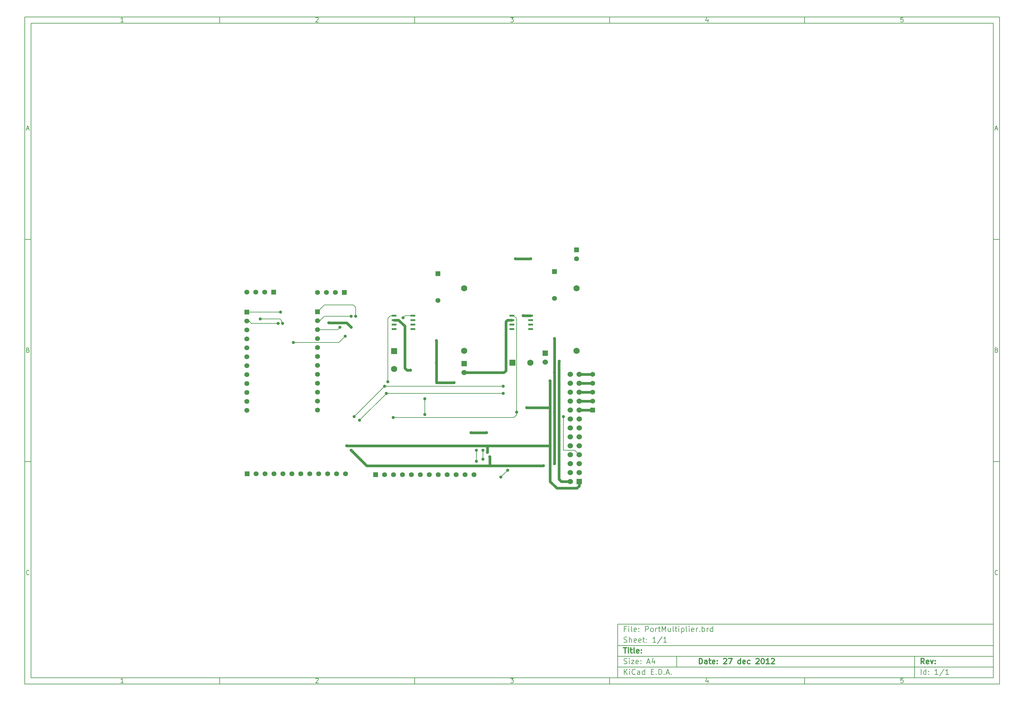
<source format=gbl>
G04 (created by PCBNEW-RS274X (2012-apr-16-27)-stable) date Thu 27 Dec 2012 11:36:06 GMT*
G01*
G70*
G90*
%MOIN*%
G04 Gerber Fmt 3.4, Leading zero omitted, Abs format*
%FSLAX34Y34*%
G04 APERTURE LIST*
%ADD10C,0.006000*%
%ADD11C,0.012000*%
%ADD12R,0.055100X0.023600*%
%ADD13R,0.055000X0.055000*%
%ADD14C,0.055000*%
%ADD15C,0.070000*%
%ADD16R,0.060000X0.060000*%
%ADD17C,0.060000*%
%ADD18R,0.070000X0.070000*%
%ADD19C,0.035000*%
%ADD20C,0.029500*%
%ADD21C,0.008000*%
G04 APERTURE END LIST*
G54D10*
X04000Y-04000D02*
X113000Y-04000D01*
X113000Y-78670D01*
X04000Y-78670D01*
X04000Y-04000D01*
X04700Y-04700D02*
X112300Y-04700D01*
X112300Y-77970D01*
X04700Y-77970D01*
X04700Y-04700D01*
X25800Y-04000D02*
X25800Y-04700D01*
X15043Y-04552D02*
X14757Y-04552D01*
X14900Y-04552D02*
X14900Y-04052D01*
X14852Y-04124D01*
X14805Y-04171D01*
X14757Y-04195D01*
X25800Y-78670D02*
X25800Y-77970D01*
X15043Y-78522D02*
X14757Y-78522D01*
X14900Y-78522D02*
X14900Y-78022D01*
X14852Y-78094D01*
X14805Y-78141D01*
X14757Y-78165D01*
X47600Y-04000D02*
X47600Y-04700D01*
X36557Y-04100D02*
X36581Y-04076D01*
X36629Y-04052D01*
X36748Y-04052D01*
X36795Y-04076D01*
X36819Y-04100D01*
X36843Y-04148D01*
X36843Y-04195D01*
X36819Y-04267D01*
X36533Y-04552D01*
X36843Y-04552D01*
X47600Y-78670D02*
X47600Y-77970D01*
X36557Y-78070D02*
X36581Y-78046D01*
X36629Y-78022D01*
X36748Y-78022D01*
X36795Y-78046D01*
X36819Y-78070D01*
X36843Y-78118D01*
X36843Y-78165D01*
X36819Y-78237D01*
X36533Y-78522D01*
X36843Y-78522D01*
X69400Y-04000D02*
X69400Y-04700D01*
X58333Y-04052D02*
X58643Y-04052D01*
X58476Y-04243D01*
X58548Y-04243D01*
X58595Y-04267D01*
X58619Y-04290D01*
X58643Y-04338D01*
X58643Y-04457D01*
X58619Y-04505D01*
X58595Y-04529D01*
X58548Y-04552D01*
X58405Y-04552D01*
X58357Y-04529D01*
X58333Y-04505D01*
X69400Y-78670D02*
X69400Y-77970D01*
X58333Y-78022D02*
X58643Y-78022D01*
X58476Y-78213D01*
X58548Y-78213D01*
X58595Y-78237D01*
X58619Y-78260D01*
X58643Y-78308D01*
X58643Y-78427D01*
X58619Y-78475D01*
X58595Y-78499D01*
X58548Y-78522D01*
X58405Y-78522D01*
X58357Y-78499D01*
X58333Y-78475D01*
X91200Y-04000D02*
X91200Y-04700D01*
X80395Y-04219D02*
X80395Y-04552D01*
X80276Y-04029D02*
X80157Y-04386D01*
X80467Y-04386D01*
X91200Y-78670D02*
X91200Y-77970D01*
X80395Y-78189D02*
X80395Y-78522D01*
X80276Y-77999D02*
X80157Y-78356D01*
X80467Y-78356D01*
X102219Y-04052D02*
X101981Y-04052D01*
X101957Y-04290D01*
X101981Y-04267D01*
X102029Y-04243D01*
X102148Y-04243D01*
X102195Y-04267D01*
X102219Y-04290D01*
X102243Y-04338D01*
X102243Y-04457D01*
X102219Y-04505D01*
X102195Y-04529D01*
X102148Y-04552D01*
X102029Y-04552D01*
X101981Y-04529D01*
X101957Y-04505D01*
X102219Y-78022D02*
X101981Y-78022D01*
X101957Y-78260D01*
X101981Y-78237D01*
X102029Y-78213D01*
X102148Y-78213D01*
X102195Y-78237D01*
X102219Y-78260D01*
X102243Y-78308D01*
X102243Y-78427D01*
X102219Y-78475D01*
X102195Y-78499D01*
X102148Y-78522D01*
X102029Y-78522D01*
X101981Y-78499D01*
X101957Y-78475D01*
X04000Y-28890D02*
X04700Y-28890D01*
X04231Y-16510D02*
X04469Y-16510D01*
X04184Y-16652D02*
X04350Y-16152D01*
X04517Y-16652D01*
X113000Y-28890D02*
X112300Y-28890D01*
X112531Y-16510D02*
X112769Y-16510D01*
X112484Y-16652D02*
X112650Y-16152D01*
X112817Y-16652D01*
X04000Y-53780D02*
X04700Y-53780D01*
X04386Y-41280D02*
X04457Y-41304D01*
X04481Y-41328D01*
X04505Y-41376D01*
X04505Y-41447D01*
X04481Y-41495D01*
X04457Y-41519D01*
X04410Y-41542D01*
X04219Y-41542D01*
X04219Y-41042D01*
X04386Y-41042D01*
X04433Y-41066D01*
X04457Y-41090D01*
X04481Y-41138D01*
X04481Y-41185D01*
X04457Y-41233D01*
X04433Y-41257D01*
X04386Y-41280D01*
X04219Y-41280D01*
X113000Y-53780D02*
X112300Y-53780D01*
X112686Y-41280D02*
X112757Y-41304D01*
X112781Y-41328D01*
X112805Y-41376D01*
X112805Y-41447D01*
X112781Y-41495D01*
X112757Y-41519D01*
X112710Y-41542D01*
X112519Y-41542D01*
X112519Y-41042D01*
X112686Y-41042D01*
X112733Y-41066D01*
X112757Y-41090D01*
X112781Y-41138D01*
X112781Y-41185D01*
X112757Y-41233D01*
X112733Y-41257D01*
X112686Y-41280D01*
X112519Y-41280D01*
X04505Y-66385D02*
X04481Y-66409D01*
X04410Y-66432D01*
X04362Y-66432D01*
X04290Y-66409D01*
X04243Y-66361D01*
X04219Y-66313D01*
X04195Y-66218D01*
X04195Y-66147D01*
X04219Y-66051D01*
X04243Y-66004D01*
X04290Y-65956D01*
X04362Y-65932D01*
X04410Y-65932D01*
X04481Y-65956D01*
X04505Y-65980D01*
X112805Y-66385D02*
X112781Y-66409D01*
X112710Y-66432D01*
X112662Y-66432D01*
X112590Y-66409D01*
X112543Y-66361D01*
X112519Y-66313D01*
X112495Y-66218D01*
X112495Y-66147D01*
X112519Y-66051D01*
X112543Y-66004D01*
X112590Y-65956D01*
X112662Y-65932D01*
X112710Y-65932D01*
X112781Y-65956D01*
X112805Y-65980D01*
G54D11*
X79443Y-76413D02*
X79443Y-75813D01*
X79586Y-75813D01*
X79671Y-75841D01*
X79729Y-75899D01*
X79757Y-75956D01*
X79786Y-76070D01*
X79786Y-76156D01*
X79757Y-76270D01*
X79729Y-76327D01*
X79671Y-76384D01*
X79586Y-76413D01*
X79443Y-76413D01*
X80300Y-76413D02*
X80300Y-76099D01*
X80271Y-76041D01*
X80214Y-76013D01*
X80100Y-76013D01*
X80043Y-76041D01*
X80300Y-76384D02*
X80243Y-76413D01*
X80100Y-76413D01*
X80043Y-76384D01*
X80014Y-76327D01*
X80014Y-76270D01*
X80043Y-76213D01*
X80100Y-76184D01*
X80243Y-76184D01*
X80300Y-76156D01*
X80500Y-76013D02*
X80729Y-76013D01*
X80586Y-75813D02*
X80586Y-76327D01*
X80614Y-76384D01*
X80672Y-76413D01*
X80729Y-76413D01*
X81157Y-76384D02*
X81100Y-76413D01*
X80986Y-76413D01*
X80929Y-76384D01*
X80900Y-76327D01*
X80900Y-76099D01*
X80929Y-76041D01*
X80986Y-76013D01*
X81100Y-76013D01*
X81157Y-76041D01*
X81186Y-76099D01*
X81186Y-76156D01*
X80900Y-76213D01*
X81443Y-76356D02*
X81471Y-76384D01*
X81443Y-76413D01*
X81414Y-76384D01*
X81443Y-76356D01*
X81443Y-76413D01*
X81443Y-76041D02*
X81471Y-76070D01*
X81443Y-76099D01*
X81414Y-76070D01*
X81443Y-76041D01*
X81443Y-76099D01*
X82157Y-75870D02*
X82186Y-75841D01*
X82243Y-75813D01*
X82386Y-75813D01*
X82443Y-75841D01*
X82472Y-75870D01*
X82500Y-75927D01*
X82500Y-75984D01*
X82472Y-76070D01*
X82129Y-76413D01*
X82500Y-76413D01*
X82700Y-75813D02*
X83100Y-75813D01*
X82843Y-76413D01*
X84042Y-76413D02*
X84042Y-75813D01*
X84042Y-76384D02*
X83985Y-76413D01*
X83871Y-76413D01*
X83813Y-76384D01*
X83785Y-76356D01*
X83756Y-76299D01*
X83756Y-76127D01*
X83785Y-76070D01*
X83813Y-76041D01*
X83871Y-76013D01*
X83985Y-76013D01*
X84042Y-76041D01*
X84556Y-76384D02*
X84499Y-76413D01*
X84385Y-76413D01*
X84328Y-76384D01*
X84299Y-76327D01*
X84299Y-76099D01*
X84328Y-76041D01*
X84385Y-76013D01*
X84499Y-76013D01*
X84556Y-76041D01*
X84585Y-76099D01*
X84585Y-76156D01*
X84299Y-76213D01*
X85099Y-76384D02*
X85042Y-76413D01*
X84928Y-76413D01*
X84870Y-76384D01*
X84842Y-76356D01*
X84813Y-76299D01*
X84813Y-76127D01*
X84842Y-76070D01*
X84870Y-76041D01*
X84928Y-76013D01*
X85042Y-76013D01*
X85099Y-76041D01*
X85784Y-75870D02*
X85813Y-75841D01*
X85870Y-75813D01*
X86013Y-75813D01*
X86070Y-75841D01*
X86099Y-75870D01*
X86127Y-75927D01*
X86127Y-75984D01*
X86099Y-76070D01*
X85756Y-76413D01*
X86127Y-76413D01*
X86498Y-75813D02*
X86555Y-75813D01*
X86612Y-75841D01*
X86641Y-75870D01*
X86670Y-75927D01*
X86698Y-76041D01*
X86698Y-76184D01*
X86670Y-76299D01*
X86641Y-76356D01*
X86612Y-76384D01*
X86555Y-76413D01*
X86498Y-76413D01*
X86441Y-76384D01*
X86412Y-76356D01*
X86384Y-76299D01*
X86355Y-76184D01*
X86355Y-76041D01*
X86384Y-75927D01*
X86412Y-75870D01*
X86441Y-75841D01*
X86498Y-75813D01*
X87269Y-76413D02*
X86926Y-76413D01*
X87098Y-76413D02*
X87098Y-75813D01*
X87041Y-75899D01*
X86983Y-75956D01*
X86926Y-75984D01*
X87497Y-75870D02*
X87526Y-75841D01*
X87583Y-75813D01*
X87726Y-75813D01*
X87783Y-75841D01*
X87812Y-75870D01*
X87840Y-75927D01*
X87840Y-75984D01*
X87812Y-76070D01*
X87469Y-76413D01*
X87840Y-76413D01*
G54D10*
X71043Y-77613D02*
X71043Y-77013D01*
X71386Y-77613D02*
X71129Y-77270D01*
X71386Y-77013D02*
X71043Y-77356D01*
X71643Y-77613D02*
X71643Y-77213D01*
X71643Y-77013D02*
X71614Y-77041D01*
X71643Y-77070D01*
X71671Y-77041D01*
X71643Y-77013D01*
X71643Y-77070D01*
X72272Y-77556D02*
X72243Y-77584D01*
X72157Y-77613D01*
X72100Y-77613D01*
X72015Y-77584D01*
X71957Y-77527D01*
X71929Y-77470D01*
X71900Y-77356D01*
X71900Y-77270D01*
X71929Y-77156D01*
X71957Y-77099D01*
X72015Y-77041D01*
X72100Y-77013D01*
X72157Y-77013D01*
X72243Y-77041D01*
X72272Y-77070D01*
X72786Y-77613D02*
X72786Y-77299D01*
X72757Y-77241D01*
X72700Y-77213D01*
X72586Y-77213D01*
X72529Y-77241D01*
X72786Y-77584D02*
X72729Y-77613D01*
X72586Y-77613D01*
X72529Y-77584D01*
X72500Y-77527D01*
X72500Y-77470D01*
X72529Y-77413D01*
X72586Y-77384D01*
X72729Y-77384D01*
X72786Y-77356D01*
X73329Y-77613D02*
X73329Y-77013D01*
X73329Y-77584D02*
X73272Y-77613D01*
X73158Y-77613D01*
X73100Y-77584D01*
X73072Y-77556D01*
X73043Y-77499D01*
X73043Y-77327D01*
X73072Y-77270D01*
X73100Y-77241D01*
X73158Y-77213D01*
X73272Y-77213D01*
X73329Y-77241D01*
X74072Y-77299D02*
X74272Y-77299D01*
X74358Y-77613D02*
X74072Y-77613D01*
X74072Y-77013D01*
X74358Y-77013D01*
X74615Y-77556D02*
X74643Y-77584D01*
X74615Y-77613D01*
X74586Y-77584D01*
X74615Y-77556D01*
X74615Y-77613D01*
X74901Y-77613D02*
X74901Y-77013D01*
X75044Y-77013D01*
X75129Y-77041D01*
X75187Y-77099D01*
X75215Y-77156D01*
X75244Y-77270D01*
X75244Y-77356D01*
X75215Y-77470D01*
X75187Y-77527D01*
X75129Y-77584D01*
X75044Y-77613D01*
X74901Y-77613D01*
X75501Y-77556D02*
X75529Y-77584D01*
X75501Y-77613D01*
X75472Y-77584D01*
X75501Y-77556D01*
X75501Y-77613D01*
X75758Y-77441D02*
X76044Y-77441D01*
X75701Y-77613D02*
X75901Y-77013D01*
X76101Y-77613D01*
X76301Y-77556D02*
X76329Y-77584D01*
X76301Y-77613D01*
X76272Y-77584D01*
X76301Y-77556D01*
X76301Y-77613D01*
G54D11*
X104586Y-76413D02*
X104386Y-76127D01*
X104243Y-76413D02*
X104243Y-75813D01*
X104471Y-75813D01*
X104529Y-75841D01*
X104557Y-75870D01*
X104586Y-75927D01*
X104586Y-76013D01*
X104557Y-76070D01*
X104529Y-76099D01*
X104471Y-76127D01*
X104243Y-76127D01*
X105071Y-76384D02*
X105014Y-76413D01*
X104900Y-76413D01*
X104843Y-76384D01*
X104814Y-76327D01*
X104814Y-76099D01*
X104843Y-76041D01*
X104900Y-76013D01*
X105014Y-76013D01*
X105071Y-76041D01*
X105100Y-76099D01*
X105100Y-76156D01*
X104814Y-76213D01*
X105300Y-76013D02*
X105443Y-76413D01*
X105585Y-76013D01*
X105814Y-76356D02*
X105842Y-76384D01*
X105814Y-76413D01*
X105785Y-76384D01*
X105814Y-76356D01*
X105814Y-76413D01*
X105814Y-76041D02*
X105842Y-76070D01*
X105814Y-76099D01*
X105785Y-76070D01*
X105814Y-76041D01*
X105814Y-76099D01*
G54D10*
X71014Y-76384D02*
X71100Y-76413D01*
X71243Y-76413D01*
X71300Y-76384D01*
X71329Y-76356D01*
X71357Y-76299D01*
X71357Y-76241D01*
X71329Y-76184D01*
X71300Y-76156D01*
X71243Y-76127D01*
X71129Y-76099D01*
X71071Y-76070D01*
X71043Y-76041D01*
X71014Y-75984D01*
X71014Y-75927D01*
X71043Y-75870D01*
X71071Y-75841D01*
X71129Y-75813D01*
X71271Y-75813D01*
X71357Y-75841D01*
X71614Y-76413D02*
X71614Y-76013D01*
X71614Y-75813D02*
X71585Y-75841D01*
X71614Y-75870D01*
X71642Y-75841D01*
X71614Y-75813D01*
X71614Y-75870D01*
X71843Y-76013D02*
X72157Y-76013D01*
X71843Y-76413D01*
X72157Y-76413D01*
X72614Y-76384D02*
X72557Y-76413D01*
X72443Y-76413D01*
X72386Y-76384D01*
X72357Y-76327D01*
X72357Y-76099D01*
X72386Y-76041D01*
X72443Y-76013D01*
X72557Y-76013D01*
X72614Y-76041D01*
X72643Y-76099D01*
X72643Y-76156D01*
X72357Y-76213D01*
X72900Y-76356D02*
X72928Y-76384D01*
X72900Y-76413D01*
X72871Y-76384D01*
X72900Y-76356D01*
X72900Y-76413D01*
X72900Y-76041D02*
X72928Y-76070D01*
X72900Y-76099D01*
X72871Y-76070D01*
X72900Y-76041D01*
X72900Y-76099D01*
X73614Y-76241D02*
X73900Y-76241D01*
X73557Y-76413D02*
X73757Y-75813D01*
X73957Y-76413D01*
X74414Y-76013D02*
X74414Y-76413D01*
X74271Y-75784D02*
X74128Y-76213D01*
X74500Y-76213D01*
X104243Y-77613D02*
X104243Y-77013D01*
X104786Y-77613D02*
X104786Y-77013D01*
X104786Y-77584D02*
X104729Y-77613D01*
X104615Y-77613D01*
X104557Y-77584D01*
X104529Y-77556D01*
X104500Y-77499D01*
X104500Y-77327D01*
X104529Y-77270D01*
X104557Y-77241D01*
X104615Y-77213D01*
X104729Y-77213D01*
X104786Y-77241D01*
X105072Y-77556D02*
X105100Y-77584D01*
X105072Y-77613D01*
X105043Y-77584D01*
X105072Y-77556D01*
X105072Y-77613D01*
X105072Y-77241D02*
X105100Y-77270D01*
X105072Y-77299D01*
X105043Y-77270D01*
X105072Y-77241D01*
X105072Y-77299D01*
X106129Y-77613D02*
X105786Y-77613D01*
X105958Y-77613D02*
X105958Y-77013D01*
X105901Y-77099D01*
X105843Y-77156D01*
X105786Y-77184D01*
X106814Y-76984D02*
X106300Y-77756D01*
X107329Y-77613D02*
X106986Y-77613D01*
X107158Y-77613D02*
X107158Y-77013D01*
X107101Y-77099D01*
X107043Y-77156D01*
X106986Y-77184D01*
G54D11*
X70957Y-74613D02*
X71300Y-74613D01*
X71129Y-75213D02*
X71129Y-74613D01*
X71500Y-75213D02*
X71500Y-74813D01*
X71500Y-74613D02*
X71471Y-74641D01*
X71500Y-74670D01*
X71528Y-74641D01*
X71500Y-74613D01*
X71500Y-74670D01*
X71700Y-74813D02*
X71929Y-74813D01*
X71786Y-74613D02*
X71786Y-75127D01*
X71814Y-75184D01*
X71872Y-75213D01*
X71929Y-75213D01*
X72215Y-75213D02*
X72157Y-75184D01*
X72129Y-75127D01*
X72129Y-74613D01*
X72671Y-75184D02*
X72614Y-75213D01*
X72500Y-75213D01*
X72443Y-75184D01*
X72414Y-75127D01*
X72414Y-74899D01*
X72443Y-74841D01*
X72500Y-74813D01*
X72614Y-74813D01*
X72671Y-74841D01*
X72700Y-74899D01*
X72700Y-74956D01*
X72414Y-75013D01*
X72957Y-75156D02*
X72985Y-75184D01*
X72957Y-75213D01*
X72928Y-75184D01*
X72957Y-75156D01*
X72957Y-75213D01*
X72957Y-74841D02*
X72985Y-74870D01*
X72957Y-74899D01*
X72928Y-74870D01*
X72957Y-74841D01*
X72957Y-74899D01*
G54D10*
X71243Y-72499D02*
X71043Y-72499D01*
X71043Y-72813D02*
X71043Y-72213D01*
X71329Y-72213D01*
X71557Y-72813D02*
X71557Y-72413D01*
X71557Y-72213D02*
X71528Y-72241D01*
X71557Y-72270D01*
X71585Y-72241D01*
X71557Y-72213D01*
X71557Y-72270D01*
X71929Y-72813D02*
X71871Y-72784D01*
X71843Y-72727D01*
X71843Y-72213D01*
X72385Y-72784D02*
X72328Y-72813D01*
X72214Y-72813D01*
X72157Y-72784D01*
X72128Y-72727D01*
X72128Y-72499D01*
X72157Y-72441D01*
X72214Y-72413D01*
X72328Y-72413D01*
X72385Y-72441D01*
X72414Y-72499D01*
X72414Y-72556D01*
X72128Y-72613D01*
X72671Y-72756D02*
X72699Y-72784D01*
X72671Y-72813D01*
X72642Y-72784D01*
X72671Y-72756D01*
X72671Y-72813D01*
X72671Y-72441D02*
X72699Y-72470D01*
X72671Y-72499D01*
X72642Y-72470D01*
X72671Y-72441D01*
X72671Y-72499D01*
X73414Y-72813D02*
X73414Y-72213D01*
X73642Y-72213D01*
X73700Y-72241D01*
X73728Y-72270D01*
X73757Y-72327D01*
X73757Y-72413D01*
X73728Y-72470D01*
X73700Y-72499D01*
X73642Y-72527D01*
X73414Y-72527D01*
X74100Y-72813D02*
X74042Y-72784D01*
X74014Y-72756D01*
X73985Y-72699D01*
X73985Y-72527D01*
X74014Y-72470D01*
X74042Y-72441D01*
X74100Y-72413D01*
X74185Y-72413D01*
X74242Y-72441D01*
X74271Y-72470D01*
X74300Y-72527D01*
X74300Y-72699D01*
X74271Y-72756D01*
X74242Y-72784D01*
X74185Y-72813D01*
X74100Y-72813D01*
X74557Y-72813D02*
X74557Y-72413D01*
X74557Y-72527D02*
X74585Y-72470D01*
X74614Y-72441D01*
X74671Y-72413D01*
X74728Y-72413D01*
X74842Y-72413D02*
X75071Y-72413D01*
X74928Y-72213D02*
X74928Y-72727D01*
X74956Y-72784D01*
X75014Y-72813D01*
X75071Y-72813D01*
X75271Y-72813D02*
X75271Y-72213D01*
X75471Y-72641D01*
X75671Y-72213D01*
X75671Y-72813D01*
X76214Y-72413D02*
X76214Y-72813D01*
X75957Y-72413D02*
X75957Y-72727D01*
X75985Y-72784D01*
X76043Y-72813D01*
X76128Y-72813D01*
X76185Y-72784D01*
X76214Y-72756D01*
X76586Y-72813D02*
X76528Y-72784D01*
X76500Y-72727D01*
X76500Y-72213D01*
X76728Y-72413D02*
X76957Y-72413D01*
X76814Y-72213D02*
X76814Y-72727D01*
X76842Y-72784D01*
X76900Y-72813D01*
X76957Y-72813D01*
X77157Y-72813D02*
X77157Y-72413D01*
X77157Y-72213D02*
X77128Y-72241D01*
X77157Y-72270D01*
X77185Y-72241D01*
X77157Y-72213D01*
X77157Y-72270D01*
X77443Y-72413D02*
X77443Y-73013D01*
X77443Y-72441D02*
X77500Y-72413D01*
X77614Y-72413D01*
X77671Y-72441D01*
X77700Y-72470D01*
X77729Y-72527D01*
X77729Y-72699D01*
X77700Y-72756D01*
X77671Y-72784D01*
X77614Y-72813D01*
X77500Y-72813D01*
X77443Y-72784D01*
X78072Y-72813D02*
X78014Y-72784D01*
X77986Y-72727D01*
X77986Y-72213D01*
X78300Y-72813D02*
X78300Y-72413D01*
X78300Y-72213D02*
X78271Y-72241D01*
X78300Y-72270D01*
X78328Y-72241D01*
X78300Y-72213D01*
X78300Y-72270D01*
X78814Y-72784D02*
X78757Y-72813D01*
X78643Y-72813D01*
X78586Y-72784D01*
X78557Y-72727D01*
X78557Y-72499D01*
X78586Y-72441D01*
X78643Y-72413D01*
X78757Y-72413D01*
X78814Y-72441D01*
X78843Y-72499D01*
X78843Y-72556D01*
X78557Y-72613D01*
X79100Y-72813D02*
X79100Y-72413D01*
X79100Y-72527D02*
X79128Y-72470D01*
X79157Y-72441D01*
X79214Y-72413D01*
X79271Y-72413D01*
X79471Y-72756D02*
X79499Y-72784D01*
X79471Y-72813D01*
X79442Y-72784D01*
X79471Y-72756D01*
X79471Y-72813D01*
X79757Y-72813D02*
X79757Y-72213D01*
X79757Y-72441D02*
X79814Y-72413D01*
X79928Y-72413D01*
X79985Y-72441D01*
X80014Y-72470D01*
X80043Y-72527D01*
X80043Y-72699D01*
X80014Y-72756D01*
X79985Y-72784D01*
X79928Y-72813D01*
X79814Y-72813D01*
X79757Y-72784D01*
X80300Y-72813D02*
X80300Y-72413D01*
X80300Y-72527D02*
X80328Y-72470D01*
X80357Y-72441D01*
X80414Y-72413D01*
X80471Y-72413D01*
X80928Y-72813D02*
X80928Y-72213D01*
X80928Y-72784D02*
X80871Y-72813D01*
X80757Y-72813D01*
X80699Y-72784D01*
X80671Y-72756D01*
X80642Y-72699D01*
X80642Y-72527D01*
X80671Y-72470D01*
X80699Y-72441D01*
X80757Y-72413D01*
X80871Y-72413D01*
X80928Y-72441D01*
X71014Y-73984D02*
X71100Y-74013D01*
X71243Y-74013D01*
X71300Y-73984D01*
X71329Y-73956D01*
X71357Y-73899D01*
X71357Y-73841D01*
X71329Y-73784D01*
X71300Y-73756D01*
X71243Y-73727D01*
X71129Y-73699D01*
X71071Y-73670D01*
X71043Y-73641D01*
X71014Y-73584D01*
X71014Y-73527D01*
X71043Y-73470D01*
X71071Y-73441D01*
X71129Y-73413D01*
X71271Y-73413D01*
X71357Y-73441D01*
X71614Y-74013D02*
X71614Y-73413D01*
X71871Y-74013D02*
X71871Y-73699D01*
X71842Y-73641D01*
X71785Y-73613D01*
X71700Y-73613D01*
X71642Y-73641D01*
X71614Y-73670D01*
X72385Y-73984D02*
X72328Y-74013D01*
X72214Y-74013D01*
X72157Y-73984D01*
X72128Y-73927D01*
X72128Y-73699D01*
X72157Y-73641D01*
X72214Y-73613D01*
X72328Y-73613D01*
X72385Y-73641D01*
X72414Y-73699D01*
X72414Y-73756D01*
X72128Y-73813D01*
X72899Y-73984D02*
X72842Y-74013D01*
X72728Y-74013D01*
X72671Y-73984D01*
X72642Y-73927D01*
X72642Y-73699D01*
X72671Y-73641D01*
X72728Y-73613D01*
X72842Y-73613D01*
X72899Y-73641D01*
X72928Y-73699D01*
X72928Y-73756D01*
X72642Y-73813D01*
X73099Y-73613D02*
X73328Y-73613D01*
X73185Y-73413D02*
X73185Y-73927D01*
X73213Y-73984D01*
X73271Y-74013D01*
X73328Y-74013D01*
X73528Y-73956D02*
X73556Y-73984D01*
X73528Y-74013D01*
X73499Y-73984D01*
X73528Y-73956D01*
X73528Y-74013D01*
X73528Y-73641D02*
X73556Y-73670D01*
X73528Y-73699D01*
X73499Y-73670D01*
X73528Y-73641D01*
X73528Y-73699D01*
X74585Y-74013D02*
X74242Y-74013D01*
X74414Y-74013D02*
X74414Y-73413D01*
X74357Y-73499D01*
X74299Y-73556D01*
X74242Y-73584D01*
X75270Y-73384D02*
X74756Y-74156D01*
X75785Y-74013D02*
X75442Y-74013D01*
X75614Y-74013D02*
X75614Y-73413D01*
X75557Y-73499D01*
X75499Y-73556D01*
X75442Y-73584D01*
X70300Y-71970D02*
X70300Y-77970D01*
X70300Y-71970D02*
X112300Y-71970D01*
X70300Y-71970D02*
X112300Y-71970D01*
X70300Y-74370D02*
X112300Y-74370D01*
X103500Y-75570D02*
X103500Y-77970D01*
X70300Y-76770D02*
X112300Y-76770D01*
X70300Y-75570D02*
X112300Y-75570D01*
X76900Y-75570D02*
X76900Y-76770D01*
G54D12*
X47400Y-38925D03*
X45300Y-38925D03*
X47400Y-38425D03*
X47400Y-37925D03*
X47400Y-37425D03*
X45300Y-38425D03*
X45300Y-37925D03*
X45300Y-37425D03*
X60575Y-38925D03*
X58475Y-38925D03*
X60575Y-38425D03*
X60575Y-37925D03*
X60575Y-37425D03*
X58475Y-38425D03*
X58475Y-37925D03*
X58475Y-37425D03*
G54D13*
X67500Y-48000D03*
G54D14*
X67500Y-47000D03*
X67500Y-46000D03*
X67500Y-45000D03*
X67500Y-44000D03*
G54D13*
X39750Y-34850D03*
G54D14*
X38750Y-34850D03*
X37750Y-34850D03*
X36750Y-34850D03*
G54D13*
X31850Y-34800D03*
G54D14*
X30850Y-34800D03*
X29850Y-34800D03*
X28850Y-34800D03*
G54D13*
X65725Y-30075D03*
G54D14*
X65725Y-31075D03*
G54D13*
X28850Y-37050D03*
G54D14*
X28850Y-38050D03*
X28850Y-39050D03*
X28850Y-40050D03*
X28850Y-41050D03*
X28850Y-42050D03*
X28850Y-43050D03*
X28850Y-44050D03*
X28850Y-45050D03*
X28850Y-46050D03*
X28850Y-47050D03*
X28850Y-48050D03*
G54D13*
X36750Y-37000D03*
G54D14*
X36750Y-38000D03*
X36750Y-39000D03*
X36750Y-40000D03*
X36750Y-41000D03*
X36750Y-42000D03*
X36750Y-43000D03*
X36750Y-44000D03*
X36750Y-45000D03*
X36750Y-46000D03*
X36750Y-47000D03*
X36750Y-48000D03*
G54D13*
X28875Y-55125D03*
G54D14*
X29875Y-55125D03*
X30875Y-55125D03*
X31875Y-55125D03*
X32875Y-55125D03*
X33875Y-55125D03*
X34875Y-55125D03*
X35875Y-55125D03*
X36875Y-55125D03*
X37875Y-55125D03*
X38875Y-55125D03*
X39875Y-55125D03*
G54D13*
X43250Y-55250D03*
G54D14*
X44250Y-55250D03*
X45250Y-55250D03*
X46250Y-55250D03*
X47250Y-55250D03*
X48250Y-55250D03*
X49250Y-55250D03*
X50250Y-55250D03*
X51250Y-55250D03*
X52250Y-55250D03*
X53250Y-55250D03*
X54250Y-55250D03*
G54D15*
X53150Y-34375D03*
X53150Y-41375D03*
X65725Y-34375D03*
X65725Y-41375D03*
G54D16*
X66000Y-56000D03*
G54D17*
X65000Y-56000D03*
X66000Y-55000D03*
X65000Y-55000D03*
X66000Y-54000D03*
X65000Y-54000D03*
X66000Y-53000D03*
X65000Y-53000D03*
X66000Y-52000D03*
X65000Y-52000D03*
X66000Y-51000D03*
X65000Y-51000D03*
X66000Y-50000D03*
X65000Y-50000D03*
X66000Y-49000D03*
X65000Y-49000D03*
X66000Y-48000D03*
X65000Y-48000D03*
X66000Y-47000D03*
X65000Y-47000D03*
X66000Y-46000D03*
X65000Y-46000D03*
X66000Y-45000D03*
X65000Y-45000D03*
X66000Y-44000D03*
X65000Y-44000D03*
G54D16*
X62205Y-41626D03*
G54D17*
X62205Y-42626D03*
G54D16*
X53150Y-42807D03*
G54D17*
X53150Y-43807D03*
G54D18*
X58550Y-42700D03*
G54D15*
X60550Y-42700D03*
G54D18*
X45300Y-41400D03*
G54D15*
X45300Y-43400D03*
G54D13*
X63250Y-32500D03*
G54D14*
X63250Y-35500D03*
G54D13*
X50200Y-32750D03*
G54D14*
X50200Y-35750D03*
G54D19*
X62000Y-54250D03*
X30350Y-37800D03*
X50050Y-42700D03*
X63250Y-43800D03*
X40500Y-52500D03*
X59750Y-37450D03*
X52006Y-44947D03*
X40500Y-38750D03*
X38000Y-38250D03*
X55650Y-50550D03*
X63250Y-48250D03*
X46300Y-37675D03*
X56000Y-53250D03*
X32850Y-38300D03*
X63250Y-54000D03*
X50037Y-40222D03*
X53900Y-50550D03*
X63250Y-40000D03*
X34050Y-40450D03*
X62750Y-44750D03*
X55750Y-52750D03*
X47150Y-43550D03*
X60150Y-47750D03*
X40000Y-52000D03*
X39850Y-39750D03*
X63780Y-42520D03*
X41450Y-49150D03*
X57518Y-46128D03*
X44450Y-46150D03*
X44250Y-45350D03*
X40850Y-48750D03*
X58000Y-54750D03*
X57518Y-45341D03*
X57250Y-55500D03*
X54500Y-53750D03*
X54500Y-52500D03*
X59000Y-48250D03*
X64250Y-48750D03*
X45200Y-48850D03*
X44600Y-44850D03*
X48750Y-48500D03*
X48750Y-46750D03*
X32600Y-37050D03*
X32350Y-38300D03*
X41000Y-37500D03*
X40500Y-37500D03*
X39250Y-38750D03*
X55250Y-52500D03*
X55250Y-53500D03*
X60575Y-31075D03*
X58875Y-31075D03*
G54D20*
X50050Y-42700D02*
X50037Y-42700D01*
X59775Y-37425D02*
X59750Y-37450D01*
X40500Y-52500D02*
X42250Y-54250D01*
X53900Y-50550D02*
X55650Y-50550D01*
X50037Y-42700D02*
X50037Y-44947D01*
G54D21*
X30350Y-37800D02*
X32600Y-37800D01*
X32600Y-37800D02*
X32850Y-38300D01*
G54D20*
X63250Y-53250D02*
X63250Y-54000D01*
X50037Y-40222D02*
X50037Y-42700D01*
X50037Y-44947D02*
X52006Y-44947D01*
X60575Y-37425D02*
X59775Y-37425D01*
X63250Y-48250D02*
X63250Y-53250D01*
X40000Y-38250D02*
X38000Y-38250D01*
X40500Y-38750D02*
X40000Y-38250D01*
X56000Y-54250D02*
X62000Y-54250D01*
G54D21*
X46550Y-37425D02*
X46300Y-37675D01*
G54D20*
X63250Y-40000D02*
X63250Y-43800D01*
X63250Y-43800D02*
X63250Y-48250D01*
X56000Y-53250D02*
X56000Y-54250D01*
X42250Y-54250D02*
X56000Y-54250D01*
G54D21*
X47400Y-37425D02*
X46550Y-37425D01*
G54D20*
X62750Y-52000D02*
X62750Y-56000D01*
G54D21*
X39850Y-39750D02*
X39150Y-40450D01*
G54D20*
X66000Y-56500D02*
X66000Y-56000D01*
X46500Y-38600D02*
X45825Y-37925D01*
X62750Y-47750D02*
X62750Y-52000D01*
X57800Y-43600D02*
X57593Y-43807D01*
G54D21*
X39150Y-40450D02*
X34050Y-40450D01*
G54D20*
X62750Y-44750D02*
X62750Y-47750D01*
X40000Y-52000D02*
X55750Y-52000D01*
X55750Y-52750D02*
X55750Y-52000D01*
X46500Y-39650D02*
X46500Y-43300D01*
X63500Y-56750D02*
X65750Y-56750D01*
X46500Y-39650D02*
X46500Y-38600D01*
X46750Y-43550D02*
X47150Y-43550D01*
X46500Y-43300D02*
X46750Y-43550D01*
X62750Y-56000D02*
X63500Y-56750D01*
X60150Y-47750D02*
X62750Y-47750D01*
X45300Y-37925D02*
X45825Y-37925D01*
X57800Y-38100D02*
X57800Y-43600D01*
X55750Y-52000D02*
X62750Y-52000D01*
X57593Y-43807D02*
X53150Y-43807D01*
X58475Y-37925D02*
X57975Y-37925D01*
X57975Y-37925D02*
X57800Y-38100D01*
X65750Y-56750D02*
X66000Y-56500D01*
X63750Y-55750D02*
X63750Y-42725D01*
X63750Y-42550D02*
X63780Y-42520D01*
X63750Y-42725D02*
X63750Y-42550D01*
X65000Y-56000D02*
X64000Y-56000D01*
X63750Y-55750D02*
X64000Y-56000D01*
G54D21*
X44472Y-46128D02*
X57518Y-46128D01*
X44450Y-46150D02*
X44472Y-46128D01*
X41450Y-49150D02*
X44472Y-46128D01*
X40850Y-48750D02*
X44259Y-45341D01*
X44259Y-45341D02*
X57518Y-45341D01*
X44250Y-45350D02*
X44259Y-45341D01*
X57250Y-55500D02*
X58000Y-54750D01*
X54500Y-52500D02*
X54500Y-53750D01*
X58700Y-48850D02*
X59000Y-48550D01*
X64250Y-52500D02*
X64250Y-48750D01*
X59000Y-37750D02*
X58675Y-37425D01*
X66000Y-53000D02*
X65500Y-52500D01*
X59000Y-48250D02*
X59000Y-37750D01*
X65500Y-52500D02*
X64250Y-52500D01*
X44925Y-37425D02*
X44600Y-37750D01*
X59000Y-48550D02*
X59000Y-48250D01*
X45300Y-37425D02*
X44925Y-37425D01*
X45200Y-48850D02*
X58700Y-48850D01*
X44600Y-37750D02*
X44600Y-44850D01*
X58675Y-37425D02*
X58475Y-37425D01*
X48750Y-48500D02*
X48750Y-46750D01*
G54D20*
X66000Y-45000D02*
X67500Y-45000D01*
X66000Y-47000D02*
X67500Y-47000D01*
G54D21*
X32600Y-37050D02*
X28850Y-37050D01*
X29350Y-38300D02*
X29100Y-38050D01*
X29100Y-38050D02*
X28850Y-38050D01*
X32350Y-38300D02*
X29350Y-38300D01*
X37500Y-36250D02*
X36750Y-37000D01*
X40750Y-36250D02*
X37500Y-36250D01*
X41000Y-37500D02*
X41000Y-36500D01*
X41000Y-36500D02*
X40750Y-36250D01*
X37000Y-38000D02*
X36750Y-38000D01*
X37500Y-37500D02*
X37000Y-38000D01*
X40500Y-37500D02*
X37500Y-37500D01*
X39000Y-39000D02*
X36750Y-39000D01*
X39250Y-38750D02*
X39000Y-39000D01*
X55250Y-53500D02*
X55250Y-52500D01*
G54D20*
X66000Y-48000D02*
X67500Y-48000D01*
X66000Y-46000D02*
X67500Y-46000D01*
X66000Y-44000D02*
X67500Y-44000D01*
X60575Y-31075D02*
X58875Y-31075D01*
M02*

</source>
